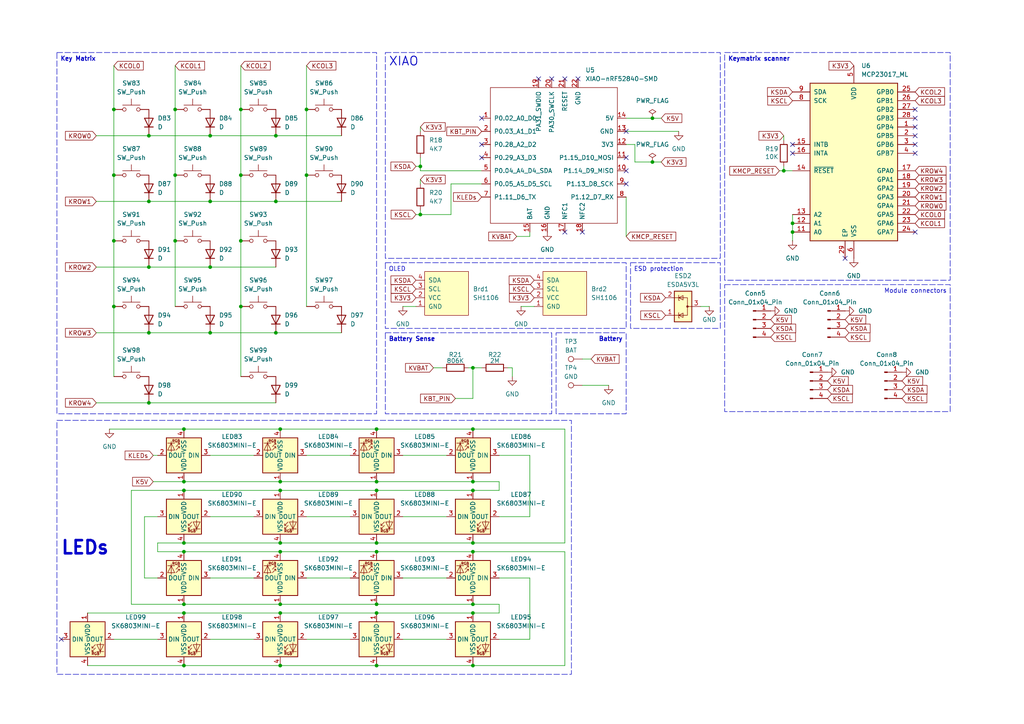
<source format=kicad_sch>
(kicad_sch (version 20250114) (generator "eeschema") (generator_version "9.0")
  (paper "A4")
  (text_box "ESD protection\n" (at 182.88 76.2 0) (size 26.0349 19.05) (margins 0.9525 0.9525 0.9525 0.9525) (stroke (width 0) (type dash)) (effects (font (size 1.27 1.27) (thickness 0.1588)) (justify left top)))
  (text_box "Keymatrix scanner" (at 210.185 15.24 0) (size 65.405 66.04) (margins 0.9525 0.9525 0.9525 0.9525) (stroke (width 0) (type dash)) (effects (font (size 1.27 1.27) (thickness 0.254) (bold yes)) (justify left top)))
  (text_box "LEDs\n" (at 16.51 121.92 0) (size 149.225 73.66) (margins 0.9525 0.9525 0.9525 0.9525) (stroke (width 0) (type dash)) (effects (font (size 3.81 3.81) (thickness 0.762) (bold yes)) (justify left)))
  (text_box "Module connectors\n" (at 210.185 82.55 0) (size 65.405 36.83) (margins 0.9525 0.9525 0.9525 0.9525) (stroke (width 0) (type dash)) (effects (font (size 1.27 1.27)) (justify right top)))
  (text_box "Key Matrix" (at 16.51 15.24 0) (size 92.71 104.775) (margins 0.9525 0.9525 0.9525 0.9525) (stroke (width 0) (type dash)) (effects (font (size 1.27 1.27) (thickness 0.254) (bold yes)) (justify left top)))
  (text_box "XIAO" (at 111.76 15.24 0) (size 97.155 59.69) (margins 0.9525 0.9525 0.9525 0.9525) (stroke (width 0) (type dash)) (effects (font (size 2.54 2.54) (thickness 0.254) (bold yes)) (justify left top)))
  (text_box "Battery Sense\n" (at 111.76 96.52 0) (size 48.26 23.495) (margins 0.9525 0.9525 0.9525 0.9525) (stroke (width 0) (type dash)) (effects (font (size 1.27 1.27) (thickness 0.254) (bold yes)) (justify left top)))
  (text_box "Battery\n" (at 161.29 96.52 0) (size 20.32 23.495) (margins 0.9525 0.9525 0.9525 0.9525) (stroke (width 0) (type dash)) (effects (font (size 1.27 1.27) (thickness 0.254) (bold yes)) (justify right top)))
  (text_box "OLED\n" (at 111.76 76.2 0) (size 69.85 19.05) (margins 0.9525 0.9525 0.9525 0.9525) (stroke (width 0) (type dash)) (effects (font (size 1.27 1.27)) (justify left top)))
  (junction (at 43.18 77.47))
  (junction (at 80.01 96.52))
  (junction (at 50.8 50.8))
  (junction (at 80.01 39.37))
  (junction (at 81.28 124.46))
  (junction (at 109.22 157.48))
  (junction (at 81.28 175.26))
  (junction (at 33.02 69.85))
  (junction (at 33.02 50.8))
  (junction (at 121.92 62.23))
  (junction (at 121.92 48.26))
  (junction (at 189.23 46.99))
  (junction (at 43.18 58.42))
  (junction (at 109.22 124.46))
  (junction (at 60.96 96.52))
  (junction (at 53.34 160.02))
  (junction (at 81.28 177.8))
  (junction (at 81.28 142.24))
  (junction (at 137.16 142.24))
  (junction (at 81.28 160.02))
  (junction (at 69.85 50.8))
  (junction (at 137.16 177.8))
  (junction (at 60.96 77.47))
  (junction (at 137.16 139.7))
  (junction (at 81.28 139.7))
  (junction (at 109.22 177.8))
  (junction (at 88.9 31.75))
  (junction (at 69.85 88.9))
  (junction (at 50.8 69.85))
  (junction (at 137.16 157.48))
  (junction (at 137.16 193.04))
  (junction (at 229.87 64.77))
  (junction (at 53.34 139.7))
  (junction (at 53.34 142.24))
  (junction (at 53.34 193.04))
  (junction (at 53.34 175.26))
  (junction (at 227.33 49.53))
  (junction (at 33.02 31.75))
  (junction (at 88.9 50.8))
  (junction (at 69.85 31.75))
  (junction (at 229.87 67.31))
  (junction (at 50.8 31.75))
  (junction (at 80.01 58.42))
  (junction (at 53.34 124.46))
  (junction (at 109.22 175.26))
  (junction (at 137.16 175.26))
  (junction (at 137.16 106.68))
  (junction (at 137.16 160.02))
  (junction (at 189.23 34.29))
  (junction (at 81.28 193.04))
  (junction (at 109.22 160.02))
  (junction (at 60.96 58.42))
  (junction (at 33.02 88.9))
  (junction (at 109.22 142.24))
  (junction (at 53.34 157.48))
  (junction (at 43.18 96.52))
  (junction (at 53.34 177.8))
  (junction (at 60.96 39.37))
  (junction (at 69.85 69.85))
  (junction (at 109.22 139.7))
  (junction (at 137.16 124.46))
  (junction (at 81.28 157.48))
  (junction (at 43.18 116.84))
  (junction (at 43.18 39.37))
  (junction (at 109.22 193.04))
  (no_connect (at 265.43 34.29))
  (no_connect (at 139.7 41.91))
  (no_connect (at 181.61 38.1))
  (no_connect (at 181.61 53.34))
  (no_connect (at 265.43 39.37))
  (no_connect (at 156.21 22.86))
  (no_connect (at 265.43 44.45))
  (no_connect (at 139.7 45.72))
  (no_connect (at 17.78 185.42))
  (no_connect (at 265.43 41.91))
  (no_connect (at 167.64 22.86))
  (no_connect (at 139.7 34.29))
  (no_connect (at 229.87 41.91))
  (no_connect (at 163.83 67.31))
  (no_connect (at 265.43 31.75))
  (no_connect (at 265.43 36.83))
  (no_connect (at 160.02 22.86))
  (no_connect (at 168.91 67.31))
  (no_connect (at 181.61 49.53))
  (no_connect (at 181.61 45.72))
  (no_connect (at 245.11 74.93))
  (no_connect (at 163.83 22.86))
  (no_connect (at 265.43 67.31))
  (no_connect (at 229.87 44.45))
  (wire (pts (xy 45.72 157.48) (xy 45.72 160.02)))
  (wire (pts (xy 88.9 19.05) (xy 88.9 31.75)))
  (wire (pts (xy 121.92 36.83) (xy 121.92 38.1)))
  (wire (pts (xy 116.84 88.9) (xy 120.65 88.9)))
  (wire (pts (xy 148.59 106.68) (xy 147.32 106.68)))
  (wire (pts (xy 121.92 49.53) (xy 139.7 49.53)))
  (wire (pts (xy 88.9 185.42) (xy 101.6 185.42)))
  (wire (pts (xy 144.78 167.64) (xy 153.67 167.64)))
  (wire (pts (xy 69.85 50.8) (xy 69.85 69.85)))
  (wire (pts (xy 53.34 124.46) (xy 81.28 124.46)))
  (wire (pts (xy 189.23 46.99) (xy 184.15 46.99)))
  (wire (pts (xy 163.83 124.46) (xy 163.83 157.48)))
  (wire (pts (xy 137.16 124.46) (xy 163.83 124.46)))
  (wire (pts (xy 137.16 115.57) (xy 137.16 106.68)))
  (wire (pts (xy 109.22 177.8) (xy 81.28 177.8)))
  (wire (pts (xy 205.74 88.9) (xy 203.2 88.9)))
  (wire (pts (xy 43.18 77.47) (xy 60.96 77.47)))
  (wire (pts (xy 27.94 96.52) (xy 43.18 96.52)))
  (wire (pts (xy 137.16 177.8) (xy 109.22 177.8)))
  (wire (pts (xy 163.83 157.48) (xy 137.16 157.48)))
  (wire (pts (xy 116.84 132.08) (xy 129.54 132.08)))
  (wire (pts (xy 227.33 40.64) (xy 227.33 39.37)))
  (wire (pts (xy 60.96 96.52) (xy 80.01 96.52)))
  (wire (pts (xy 88.9 50.8) (xy 88.9 88.9)))
  (wire (pts (xy 130.81 62.23) (xy 121.92 62.23)))
  (wire (pts (xy 33.02 19.05) (xy 33.02 31.75)))
  (wire (pts (xy 69.85 31.75) (xy 69.85 50.8)))
  (wire (pts (xy 144.78 132.08) (xy 153.67 132.08)))
  (wire (pts (xy 60.96 149.86) (xy 73.66 149.86)))
  (wire (pts (xy 60.96 167.64) (xy 73.66 167.64)))
  (wire (pts (xy 227.33 48.26) (xy 227.33 49.53)))
  (wire (pts (xy 132.08 115.57) (xy 137.16 115.57)))
  (wire (pts (xy 53.34 160.02) (xy 81.28 160.02)))
  (wire (pts (xy 176.53 111.76) (xy 168.91 111.76)))
  (wire (pts (xy 181.61 38.1) (xy 196.85 38.1)))
  (wire (pts (xy 121.92 45.72) (xy 121.92 48.26)))
  (wire (pts (xy 80.01 58.42) (xy 99.06 58.42)))
  (wire (pts (xy 81.28 177.8) (xy 53.34 177.8)))
  (wire (pts (xy 139.7 53.34) (xy 130.81 53.34)))
  (wire (pts (xy 50.8 50.8) (xy 50.8 69.85)))
  (wire (pts (xy 153.67 149.86) (xy 144.78 149.86)))
  (wire (pts (xy 109.22 157.48) (xy 81.28 157.48)))
  (wire (pts (xy 151.13 88.9) (xy 154.94 88.9)))
  (wire (pts (xy 227.33 49.53) (xy 229.87 49.53)))
  (wire (pts (xy 33.02 69.85) (xy 33.02 88.9)))
  (wire (pts (xy 53.34 177.8) (xy 25.4 177.8)))
  (wire (pts (xy 88.9 167.64) (xy 101.6 167.64)))
  (wire (pts (xy 50.8 69.85) (xy 50.8 88.9)))
  (wire (pts (xy 137.16 160.02) (xy 163.83 160.02)))
  (wire (pts (xy 148.59 109.22) (xy 148.59 106.68)))
  (wire (pts (xy 44.45 139.7) (xy 53.34 139.7)))
  (wire (pts (xy 137.16 106.68) (xy 139.7 106.68)))
  (wire (pts (xy 27.94 116.84) (xy 43.18 116.84)))
  (wire (pts (xy 137.16 193.04) (xy 109.22 193.04)))
  (wire (pts (xy 144.78 175.26) (xy 144.78 177.8)))
  (wire (pts (xy 60.96 58.42) (xy 80.01 58.42)))
  (wire (pts (xy 229.87 62.23) (xy 229.87 64.77)))
  (wire (pts (xy 144.78 139.7) (xy 144.78 142.24)))
  (wire (pts (xy 184.15 41.91) (xy 181.61 41.91)))
  (wire (pts (xy 144.78 142.24) (xy 137.16 142.24)))
  (wire (pts (xy 88.9 132.08) (xy 101.6 132.08)))
  (wire (pts (xy 60.96 77.47) (xy 80.01 77.47)))
  (wire (pts (xy 43.18 58.42) (xy 60.96 58.42)))
  (wire (pts (xy 53.34 157.48) (xy 45.72 157.48)))
  (wire (pts (xy 33.02 88.9) (xy 33.02 109.22)))
  (wire (pts (xy 137.16 139.7) (xy 144.78 139.7)))
  (wire (pts (xy 53.34 175.26) (xy 81.28 175.26)))
  (wire (pts (xy 80.01 96.52) (xy 99.06 96.52)))
  (wire (pts (xy 191.77 34.29) (xy 189.23 34.29)))
  (wire (pts (xy 137.16 175.26) (xy 144.78 175.26)))
  (wire (pts (xy 109.22 142.24) (xy 81.28 142.24)))
  (wire (pts (xy 69.85 88.9) (xy 69.85 109.22)))
  (wire (pts (xy 137.16 142.24) (xy 109.22 142.24)))
  (wire (pts (xy 109.22 160.02) (xy 137.16 160.02)))
  (wire (pts (xy 50.8 31.75) (xy 50.8 50.8)))
  (wire (pts (xy 120.65 62.23) (xy 121.92 62.23)))
  (wire (pts (xy 121.92 52.07) (xy 121.92 53.34)))
  (wire (pts (xy 53.34 193.04) (xy 25.4 193.04)))
  (wire (pts (xy 53.34 139.7) (xy 81.28 139.7)))
  (wire (pts (xy 184.15 46.99) (xy 184.15 41.91)))
  (wire (pts (xy 81.28 193.04) (xy 53.34 193.04)))
  (wire (pts (xy 153.67 68.58) (xy 153.67 67.31)))
  (wire (pts (xy 81.28 157.48) (xy 53.34 157.48)))
  (wire (pts (xy 226.06 49.53) (xy 227.33 49.53)))
  (wire (pts (xy 81.28 139.7) (xy 109.22 139.7)))
  (wire (pts (xy 153.67 167.64) (xy 153.67 185.42)))
  (wire (pts (xy 116.84 149.86) (xy 129.54 149.86)))
  (wire (pts (xy 135.89 106.68) (xy 137.16 106.68)))
  (wire (pts (xy 43.18 116.84) (xy 80.01 116.84)))
  (wire (pts (xy 33.02 50.8) (xy 33.02 69.85)))
  (wire (pts (xy 38.1 175.26) (xy 53.34 175.26)))
  (wire (pts (xy 27.94 39.37) (xy 43.18 39.37)))
  (wire (pts (xy 80.01 39.37) (xy 99.06 39.37)))
  (wire (pts (xy 31.75 124.46) (xy 53.34 124.46)))
  (wire (pts (xy 189.23 34.29) (xy 181.61 34.29)))
  (wire (pts (xy 229.87 64.77) (xy 229.87 67.31)))
  (wire (pts (xy 120.65 48.26) (xy 121.92 48.26)))
  (wire (pts (xy 88.9 31.75) (xy 88.9 50.8)))
  (wire (pts (xy 109.22 124.46) (xy 137.16 124.46)))
  (wire (pts (xy 43.18 96.52) (xy 60.96 96.52)))
  (wire (pts (xy 109.22 139.7) (xy 137.16 139.7)))
  (wire (pts (xy 38.1 142.24) (xy 38.1 175.26)))
  (wire (pts (xy 168.91 104.14) (xy 171.45 104.14)))
  (wire (pts (xy 50.8 19.05) (xy 50.8 31.75)))
  (wire (pts (xy 116.84 167.64) (xy 129.54 167.64)))
  (wire (pts (xy 27.94 77.47) (xy 43.18 77.47)))
  (wire (pts (xy 60.96 39.37) (xy 80.01 39.37)))
  (wire (pts (xy 121.92 60.96) (xy 121.92 62.23)))
  (wire (pts (xy 69.85 19.05) (xy 69.85 31.75)))
  (wire (pts (xy 53.34 142.24) (xy 38.1 142.24)))
  (wire (pts (xy 130.81 53.34) (xy 130.81 62.23)))
  (wire (pts (xy 45.72 160.02) (xy 53.34 160.02)))
  (wire (pts (xy 81.28 175.26) (xy 109.22 175.26)))
  (wire (pts (xy 109.22 175.26) (xy 137.16 175.26)))
  (wire (pts (xy 88.9 149.86) (xy 101.6 149.86)))
  (wire (pts (xy 163.83 160.02) (xy 163.83 193.04)))
  (wire (pts (xy 81.28 124.46) (xy 109.22 124.46)))
  (wire (pts (xy 181.61 68.58) (xy 181.61 57.15)))
  (wire (pts (xy 144.78 177.8) (xy 137.16 177.8)))
  (wire (pts (xy 60.96 185.42) (xy 73.66 185.42)))
  (wire (pts (xy 27.94 58.42) (xy 43.18 58.42)))
  (wire (pts (xy 69.85 69.85) (xy 69.85 88.9)))
  (wire (pts (xy 137.16 157.48) (xy 109.22 157.48)))
  (wire (pts (xy 41.91 167.64) (xy 45.72 167.64)))
  (wire (pts (xy 60.96 132.08) (xy 73.66 132.08)))
  (wire (pts (xy 41.91 149.86) (xy 41.91 167.64)))
  (wire (pts (xy 33.02 31.75) (xy 33.02 50.8)))
  (wire (pts (xy 153.67 185.42) (xy 144.78 185.42)))
  (wire (pts (xy 229.87 67.31) (xy 229.87 69.85)))
  (wire (pts (xy 121.92 48.26) (xy 121.92 49.53)))
  (wire (pts (xy 109.22 193.04) (xy 81.28 193.04)))
  (wire (pts (xy 191.77 46.99) (xy 189.23 46.99)))
  (wire (pts (xy 33.02 185.42) (xy 45.72 185.42)))
  (wire (pts (xy 149.86 68.58) (xy 153.67 68.58)))
  (wire (pts (xy 153.67 132.08) (xy 153.67 149.86)))
  (wire (pts (xy 44.45 132.08) (xy 45.72 132.08)))
  (wire (pts (xy 81.28 160.02) (xy 109.22 160.02)))
  (wire (pts (xy 163.83 193.04) (xy 137.16 193.04)))
  (wire (pts (xy 116.84 185.42) (xy 129.54 185.42)))
  (wire (pts (xy 128.27 106.68) (xy 125.73 106.68)))
  (wire (pts (xy 43.18 39.37) (xy 60.96 39.37)))
  (wire (pts (xy 81.28 142.24) (xy 53.34 142.24)))
  (wire (pts (xy 45.72 149.86) (xy 41.91 149.86)))
  (global_label "KSCL" (shape input) (at 245.11 97.79 0) (property "Intersheetrefs" "${INTERSHEET_REFS}" (effects (hide yes))))
  (global_label "KROW0" (shape input) (at 27.94 39.37 180) (effects (font (thickness 0.1588))) (property "Intersheetrefs" "${INTERSHEET_REFS}" (effects (hide yes))))
  (global_label "KSDA" (shape input) (at 223.52 95.25 0) (property "Intersheetrefs" "${INTERSHEET_REFS}" (effects (hide yes))))
  (global_label "K5V" (shape input) (at 223.52 92.71 0) (property "Intersheetrefs" "${INTERSHEET_REFS}" (effects (hide yes))))
  (global_label "KROW0" (shape input) (at 265.43 59.69 0) (effects (font (thickness 0.1588))) (property "Intersheetrefs" "${INTERSHEET_REFS}" (effects (hide yes))))
  (global_label "K3V3" (shape input) (at 247.65 19.05 180) (property "Intersheetrefs" "${INTERSHEET_REFS}" (effects (hide yes))))
  (global_label "KCOL0" (shape input) (at 265.43 62.23 0) (effects (font (thickness 0.1588))) (property "Intersheetrefs" "${INTERSHEET_REFS}" (effects (hide yes))))
  (global_label "KCOL2" (shape input) (at 69.85 19.05 0) (effects (font (thickness 0.1588))) (property "Intersheetrefs" "${INTERSHEET_REFS}" (effects (hide yes))))
  (global_label "KROW3" (shape input) (at 265.43 52.07 0) (effects (font (thickness 0.1588))) (property "Intersheetrefs" "${INTERSHEET_REFS}" (effects (hide yes))))
  (global_label "KSDA" (shape input) (at 240.03 113.03 0) (property "Intersheetrefs" "${INTERSHEET_REFS}" (effects (hide yes))))
  (global_label "K5V" (shape input) (at 240.03 110.49 0) (property "Intersheetrefs" "${INTERSHEET_REFS}" (effects (hide yes))))
  (global_label "KVBAT" (shape input) (at 149.86 68.58 180) (effects (font (thickness 0.1588))) (property "Intersheetrefs" "${INTERSHEET_REFS}" (effects (hide yes))))
  (global_label "K5V" (shape input) (at 261.62 110.49 0) (property "Intersheetrefs" "${INTERSHEET_REFS}" (effects (hide yes))))
  (global_label "KSCL" (shape input) (at 240.03 115.57 0) (property "Intersheetrefs" "${INTERSHEET_REFS}" (effects (hide yes))))
  (global_label "KCOL0" (shape input) (at 33.02 19.05 0) (effects (font (thickness 0.1588))) (property "Intersheetrefs" "${INTERSHEET_REFS}" (effects (hide yes))))
  (global_label "KCOL3" (shape input) (at 88.9 19.05 0) (effects (font (thickness 0.1588))) (property "Intersheetrefs" "${INTERSHEET_REFS}" (effects (hide yes))))
  (global_label "KBT_PIN" (shape input) (at 132.08 115.57 180) (effects (font (thickness 0.1588))) (property "Intersheetrefs" "${INTERSHEET_REFS}" (effects (hide yes))))
  (global_label "KLEDs" (shape input) (at 139.7 57.15 180) (property "Intersheetrefs" "${INTERSHEET_REFS}" (effects (hide yes))))
  (global_label "KSDA" (shape input) (at 120.65 48.26 180) (property "Intersheetrefs" "${INTERSHEET_REFS}" (effects (hide yes))))
  (global_label "K5V" (shape input) (at 44.45 139.7 180) (property "Intersheetrefs" "${INTERSHEET_REFS}" (effects (hide yes))))
  (global_label "KMCP_RESET" (shape input) (at 181.61 68.58 0) (effects (font (thickness 0.1588))) (property "Intersheetrefs" "${INTERSHEET_REFS}" (effects (hide yes))))
  (global_label "K3V3" (shape input) (at 191.77 46.99 0) (property "Intersheetrefs" "${INTERSHEET_REFS}" (effects (hide yes))))
  (global_label "KSDA" (shape input) (at 120.65 81.28 180) (property "Intersheetrefs" "${INTERSHEET_REFS}" (effects (hide yes))))
  (global_label "KVBAT" (shape input) (at 125.73 106.68 180) (effects (font (thickness 0.1588))) (property "Intersheetrefs" "${INTERSHEET_REFS}" (effects (hide yes))))
  (global_label "KCOL2" (shape input) (at 265.43 26.67 0) (effects (font (thickness 0.1588))) (property "Intersheetrefs" "${INTERSHEET_REFS}" (effects (hide yes))))
  (global_label "KMCP_RESET" (shape input) (at 226.06 49.53 180) (effects (font (thickness 0.1588))) (property "Intersheetrefs" "${INTERSHEET_REFS}" (effects (hide yes))))
  (global_label "K3V3" (shape input) (at 227.33 39.37 180) (property "Intersheetrefs" "${INTERSHEET_REFS}" (effects (hide yes))))
  (global_label "K3V3" (shape input) (at 154.94 86.36 180) (property "Intersheetrefs" "${INTERSHEET_REFS}" (effects (hide yes))))
  (global_label "KSDA" (shape input) (at 261.62 113.03 0) (property "Intersheetrefs" "${INTERSHEET_REFS}" (effects (hide yes))))
  (global_label "KCOL3" (shape input) (at 265.43 29.21 0) (effects (font (thickness 0.1588))) (property "Intersheetrefs" "${INTERSHEET_REFS}" (effects (hide yes))))
  (global_label "K3V3" (shape input) (at 121.92 36.83 0) (property "Intersheetrefs" "${INTERSHEET_REFS}" (effects (hide yes))))
  (global_label "KROW4" (shape input) (at 265.43 49.53 0) (effects (font (thickness 0.1588))) (property "Intersheetrefs" "${INTERSHEET_REFS}" (effects (hide yes))))
  (global_label "KROW1" (shape input) (at 27.94 58.42 180) (effects (font (thickness 0.1588))) (property "Intersheetrefs" "${INTERSHEET_REFS}" (effects (hide yes))))
  (global_label "KSCL" (shape input) (at 120.65 62.23 180) (property "Intersheetrefs" "${INTERSHEET_REFS}" (effects (hide yes))))
  (global_label "KSDA" (shape input) (at 193.04 86.36 180) (property "Intersheetrefs" "${INTERSHEET_REFS}" (effects (hide yes))))
  (global_label "KSCL" (shape input) (at 120.65 83.82 180) (property "Intersheetrefs" "${INTERSHEET_REFS}" (effects (hide yes))))
  (global_label "KCOL1" (shape input) (at 50.8 19.05 0) (effects (font (thickness 0.1588))) (property "Intersheetrefs" "${INTERSHEET_REFS}" (effects (hide yes))))
  (global_label "KROW1" (shape input) (at 265.43 57.15 0) (effects (font (thickness 0.1588))) (property "Intersheetrefs" "${INTERSHEET_REFS}" (effects (hide yes))))
  (global_label "KSCL" (shape input) (at 193.04 91.44 180) (property "Intersheetrefs" "${INTERSHEET_REFS}" (effects (hide yes))))
  (global_label "KSCL" (shape input) (at 261.62 115.57 0) (property "Intersheetrefs" "${INTERSHEET_REFS}" (effects (hide yes))))
  (global_label "K5V" (shape input) (at 245.11 92.71 0) (property "Intersheetrefs" "${INTERSHEET_REFS}" (effects (hide yes))))
  (global_label "KVBAT" (shape input) (at 171.45 104.14 0) (effects (font (thickness 0.1588))) (property "Intersheetrefs" "${INTERSHEET_REFS}" (effects (hide yes))))
  (global_label "KSCL" (shape input) (at 229.87 29.21 180) (property "Intersheetrefs" "${INTERSHEET_REFS}" (effects (hide yes))))
  (global_label "KSDA" (shape input) (at 245.11 95.25 0) (property "Intersheetrefs" "${INTERSHEET_REFS}" (effects (hide yes))))
  (global_label "KSCL" (shape input) (at 223.52 97.79 0) (property "Intersheetrefs" "${INTERSHEET_REFS}" (effects (hide yes))))
  (global_label "K5V" (shape input) (at 191.77 34.29 0) (property "Intersheetrefs" "${INTERSHEET_REFS}" (effects (hide yes))))
  (global_label "KLEDs" (shape input) (at 44.45 132.08 180) (property "Intersheetrefs" "${INTERSHEET_REFS}" (effects (hide yes))))
  (global_label "KROW4" (shape input) (at 27.94 116.84 180) (effects (font (thickness 0.1588))) (property "Intersheetrefs" "${INTERSHEET_REFS}" (effects (hide yes))))
  (global_label "KSDA" (shape input) (at 229.87 26.67 180) (property "Intersheetrefs" "${INTERSHEET_REFS}" (effects (hide yes))))
  (global_label "KSDA" (shape input) (at 154.94 81.28 180) (property "Intersheetrefs" "${INTERSHEET_REFS}" (effects (hide yes))))
  (global_label "KCOL1" (shape input) (at 265.43 64.77 0) (effects (font (thickness 0.1588))) (property "Intersheetrefs" "${INTERSHEET_REFS}" (effects (hide yes))))
  (global_label "KROW2" (shape input) (at 27.94 77.47 180) (effects (font (thickness 0.1588))) (property "Intersheetrefs" "${INTERSHEET_REFS}" (effects (hide yes))))
  (global_label "KROW3" (shape input) (at 27.94 96.52 180) (effects (font (thickness 0.1588))) (property "Intersheetrefs" "${INTERSHEET_REFS}" (effects (hide yes))))
  (global_label "KSCL" (shape input) (at 154.94 83.82 180) (property "Intersheetrefs" "${INTERSHEET_REFS}" (effects (hide yes))))
  (global_label "KROW2" (shape input) (at 265.43 54.61 0) (effects (font (thickness 0.1588))) (property "Intersheetrefs" "${INTERSHEET_REFS}" (effects (hide yes))))
  (global_label "K3V3" (shape input) (at 120.65 86.36 180) (property "Intersheetrefs" "${INTERSHEET_REFS}" (effects (hide yes))))
  (global_label "K3V3" (shape input) (at 121.92 52.07 0) (property "Intersheetrefs" "${INTERSHEET_REFS}" (effects (hide yes))))
  (global_label "KBT_PIN" (shape input) (at 139.7 38.1 180) (effects (font (thickness 0.1588))) (property "Intersheetrefs" "${INTERSHEET_REFS}" (effects (hide yes))))
  (symbol (lib_id "power:GND") (at 247.65 74.93 0) (unit 1)
    (property "Reference" "#PWR029" (effects (hide yes)))
    (property "Value" "GND" (at 247.65 80.01 0))
    (property "Description" "Power symbol creates a global label with name \"GND\" , ground" (effects (hide yes)))
  )
  (symbol (lib_id "power:GND") (at 151.13 88.9 0) (unit 1)
    (property "Reference" "#PWR031" (effects (hide yes)))
    (property "Value" "GND" (at 151.13 93.98 0))
    (property "Description" "Power symbol creates a global label with name \"GND\" , ground" (effects (hide yes)))
  )
  (symbol (lib_id "ggxxacpy:SK6803MINI-E") (at 81.28 185.42 0) (unit 1)
    (property "Reference" "LED97" (at 95.25 178.9998 0))
    (property "Value" "SK6803MINI-E" (at 95.25 181.5398 0))
    (property "Footprint" "Footprints:LED" (effects (hide yes)))
    (property "Description" "Reverse mount adressable LED (WS2812 protocol)" (effects (hide yes)))
  )
  (symbol (lib_id "Device:D") (at 43.18 54.61 90) (unit 1)
    (property "Reference" "D87" (at 45.72 53.3399 90) (effects (justify right)))
    (property "Value" "D" (at 45.72 55.8799 90) (effects (justify right)))
    (property "Footprint" "Diode_SMD:D_SOD-123" (effects (hide yes)))
    (property "Description" "Diode" (effects (hide yes)))
    (property "Sim.Device" "D" (effects (hide yes)))
    (property "Sim.Pins" "1=K 2=A" (effects (hide yes)))
    (property "Link" "https://jlcpcb.com/partdetail/C2099" (effects (hide yes)))
    (property "Unit Price ($)" "0.01" (effects (hide yes)))
    (property "LCSC Part #" "C2099" (effects (hide yes)))
    (property "Name" "Diodes" (effects (hide yes)))
  )
  (symbol (lib_id "Device:D") (at 43.18 92.71 90) (unit 1)
    (property "Reference" "D94" (at 45.72 91.4399 90) (effects (justify right)))
    (property "Value" "D" (at 45.72 93.9799 90) (effects (justify right)))
    (property "Footprint" "Diode_SMD:D_SOD-123" (effects (hide yes)))
    (property "Description" "Diode" (effects (hide yes)))
    (property "Sim.Device" "D" (effects (hide yes)))
    (property "Sim.Pins" "1=K 2=A" (effects (hide yes)))
    (property "Link" "https://jlcpcb.com/partdetail/C2099" (effects (hide yes)))
    (property "Unit Price ($)" "0.01" (effects (hide yes)))
    (property "LCSC Part #" "C2099" (effects (hide yes)))
    (property "Name" "Diodes" (effects (hide yes)))
  )
  (symbol (lib_id "Connector:Pogopin_connector_01x04") (at 234.95 110.49 0) (unit 1)
    (property "Reference" "Conn7" (at 235.585 102.87 0))
    (property "Value" "Conn_01x04_Pin" (at 235.585 105.41 0))
    (property "Footprint" "Connector_PinHeader_2.54mm:PinHeader_1x04_P2.54mm_Vertical" (effects (hide yes)))
    (property "Description" "Generic connector, single row, 01x04, script generated" (effects (hide yes)))
  )
  (symbol (lib_id "Device:R") (at 121.92 41.91 0) (unit 1)
    (property "Reference" "R18" (at 124.46 40.6399 0) (effects (justify left)))
    (property "Value" "4K7" (at 124.46 43.1799 0) (effects (justify left)))
    (property "Footprint" "Resistor_SMD:R_0805_2012Metric" (effects (hide yes)))
    (property "Description" "Resistor" (effects (hide yes)))
    (property "Link" "https://jlcpcb.com/partdetail/C17673" (effects (hide yes)))
    (property "Unit Price ($)" "0.01" (effects (hide yes)))
    (property "LCSC Part #" "C17673" (effects (hide yes)))
  )
  (symbol (lib_id "ggxxacpy:SK6803MINI-E") (at 137.16 132.08 180) (unit 1)
    (property "Reference" "LED86" (at 151.13 126.6346 0))
    (property "Value" "SK6803MINI-E" (at 151.13 129.1746 0))
    (property "Footprint" "Footprints:LED" (effects (hide yes)))
    (property "Description" "Reverse mount adressable LED (WS2812 protocol)" (effects (hide yes)))
  )
  (symbol (lib_id "ggxxacpy:SK6803MINI-E") (at 53.34 167.64 180) (unit 1)
    (property "Reference" "LED91" (at 67.31 162.1946 0))
    (property "Value" "SK6803MINI-E" (at 67.31 164.7346 0))
    (property "Footprint" "Footprints:LED" (effects (hide yes)))
    (property "Description" "Reverse mount adressable LED (WS2812 protocol)" (effects (hide yes)))
  )
  (symbol (lib_id "Switch:SW_Push") (at 93.98 50.8 0) (unit 1)
    (property "Reference" "SW90" (at 93.98 43.18 0))
    (property "Value" "SW_Push" (at 93.98 45.72 0))
    (property "Footprint" "Footprints:Kailh_choc_HS_V2_2u_90deg" (effects (hide yes)))
    (property "Description" "Push button switch, generic, two pins" (effects (hide yes)))
    (property "Link" "https://jlcpcb.com/partdetail/C5333465" (effects (hide yes)))
    (property "Unit Price ($)" "0.1213" (effects (hide yes)))
    (property "moq" "73" (effects (hide yes)))
    (property "LCSC Part #" "C5333465" (effects (hide yes)))
    (property "Name" "Keys" (effects (hide yes)))
  )
  (symbol (lib_id "Device:D") (at 80.01 92.71 90) (unit 1)
    (property "Reference" "D96" (at 82.55 91.4399 90) (effects (justify right)))
    (property "Value" "D" (at 82.55 93.9799 90) (effects (justify right)))
    (property "Footprint" "Diode_SMD:D_SOD-123" (effects (hide yes)))
    (property "Description" "Diode" (effects (hide yes)))
    (property "Sim.Device" "D" (effects (hide yes)))
    (property "Sim.Pins" "1=K 2=A" (effects (hide yes)))
    (property "Link" "https://jlcpcb.com/partdetail/C2099" (effects (hide yes)))
    (property "Unit Price ($)" "0.01" (effects (hide yes)))
    (property "LCSC Part #" "C2099" (effects (hide yes)))
    (property "Name" "Diodes" (effects (hide yes)))
  )
  (symbol (lib_id "power:GND") (at 205.74 88.9 0) (unit 1)
    (property "Reference" "#PWR036" (effects (hide yes)))
    (property "Value" "GND" (at 205.74 92.71 0))
    (property "Description" "Power symbol creates a global label with name \"GND\" , ground" (effects (hide yes)))
  )
  (symbol (lib_id "Switch:SW_Push") (at 38.1 88.9 0) (unit 1)
    (property "Reference" "SW94" (at 38.1 81.28 0))
    (property "Value" "SW_Push" (at 38.1 83.82 0))
    (property "Footprint" "Footprints:Kailh_choc_HS_V2_1u" (effects (hide yes)))
    (property "Description" "Push button switch, generic, two pins" (effects (hide yes)))
    (property "Link" "https://jlcpcb.com/partdetail/C5333465" (effects (hide yes)))
    (property "Unit Price ($)" "0.1213" (effects (hide yes)))
    (property "moq" "73" (effects (hide yes)))
    (property "LCSC Part #" "C5333465" (effects (hide yes)))
    (property "Name" "Keys" (effects (hide yes)))
  )
  (symbol (lib_id "power:GND") (at 223.52 90.17 90) (unit 1)
    (property "Reference" "#PWR034" (effects (hide yes)))
    (property "Value" "GND" (at 227.33 90.1699 90) (effects (justify right)))
    (property "Description" "Power symbol creates a global label with name \"GND\" , ground" (effects (hide yes)))
  )
  (symbol (lib_id "ggxxacpy:SK6803MINI-E") (at 109.22 185.42 0) (unit 1)
    (property "Reference" "LED96" (at 123.19 178.9998 0))
    (property "Value" "SK6803MINI-E" (at 123.19 181.5398 0))
    (property "Footprint" "Footprints:LED" (effects (hide yes)))
    (property "Description" "Reverse mount adressable LED (WS2812 protocol)" (effects (hide yes)))
  )
  (symbol (lib_id "Device:D") (at 80.01 113.03 90) (unit 1)
    (property "Reference" "D99" (at 82.55 111.7599 90) (effects (justify right)))
    (property "Value" "D" (at 82.55 114.2999 90) (effects (justify right)))
    (property "Footprint" "Diode_SMD:D_SOD-123" (effects (hide yes)))
    (property "Description" "Diode" (effects (hide yes)))
    (property "Sim.Device" "D" (effects (hide yes)))
    (property "Sim.Pins" "1=K 2=A" (effects (hide yes)))
    (property "Link" "https://jlcpcb.com/partdetail/C2099" (effects (hide yes)))
    (property "Unit Price ($)" "0.01" (effects (hide yes)))
    (property "LCSC Part #" "C2099" (effects (hide yes)))
    (property "Name" "Diodes" (effects (hide yes)))
  )
  (symbol (lib_id "power:GND") (at 158.75 67.31 0) (unit 1)
    (property "Reference" "#PWR027" (effects (hide yes)))
    (property "Value" "GND" (at 158.75 72.39 0))
    (property "Description" "Power symbol creates a global label with name \"GND\" , ground" (effects (hide yes)))
  )
  (symbol (lib_id "Switch:SW_Push") (at 55.88 31.75 0) (unit 1)
    (property "Reference" "SW84" (at 55.88 24.13 0))
    (property "Value" "SW_Push" (at 55.88 26.67 0))
    (property "Footprint" "Footprints:Kailh_choc_HS_V2_1u" (effects (hide yes)))
    (property "Description" "Push button switch, generic, two pins" (effects (hide yes)))
    (property "Link" "https://jlcpcb.com/partdetail/C5333465" (effects (hide yes)))
    (property "Unit Price ($)" "0.1213" (effects (hide yes)))
    (property "moq" "73" (effects (hide yes)))
    (property "LCSC Part #" "C5333465" (effects (hide yes)))
    (property "Name" "Keys" (effects (hide yes)))
  )
  (symbol (lib_id "power:GND") (at 31.75 124.46 0) (unit 1)
    (property "Reference" "#PWR039" (effects (hide yes)))
    (property "Value" "GND" (at 31.75 129.54 0))
    (property "Description" "Power symbol creates a global label with name \"GND\" , ground" (effects (hide yes)))
  )
  (symbol (lib_id "ggxxacpy:SK6803MINI-E") (at 137.16 185.42 0) (unit 1)
    (property "Reference" "LED95" (at 151.13 178.9998 0))
    (property "Value" "SK6803MINI-E" (at 151.13 181.5398 0))
    (property "Footprint" "Footprints:LED" (effects (hide yes)))
    (property "Description" "Reverse mount adressable LED (WS2812 protocol)" (effects (hide yes)))
  )
  (symbol (lib_id "power:GND") (at 261.62 107.95 90) (unit 1)
    (property "Reference" "#PWR038" (effects (hide yes)))
    (property "Value" "GND" (at 265.43 107.9499 90) (effects (justify right)))
    (property "Description" "Power symbol creates a global label with name \"GND\" , ground" (effects (hide yes)))
  )
  (symbol (lib_id "Device:R") (at 121.92 57.15 0) (unit 1)
    (property "Reference" "R20" (at 124.46 55.8799 0) (effects (justify left)))
    (property "Value" "4K7" (at 124.46 58.4199 0) (effects (justify left)))
    (property "Footprint" "Resistor_SMD:R_0805_2012Metric" (effects (hide yes)))
    (property "Description" "Resistor" (effects (hide yes)))
    (property "Link" "https://jlcpcb.com/partdetail/C17673" (effects (hide yes)))
    (property "Unit Price ($)" "0.01" (effects (hide yes)))
    (property "LCSC Part #" "C17673" (effects (hide yes)))
  )
  (symbol (lib_id "ggxxacpy:SK6803MINI-E") (at 81.28 149.86 0) (unit 1)
    (property "Reference" "LED89" (at 95.25 143.4398 0))
    (property "Value" "SK6803MINI-E" (at 95.25 145.9798 0))
    (property "Footprint" "Footprints:LED" (effects (hide yes)))
    (property "Description" "Reverse mount adressable LED (WS2812 protocol)" (effects (hide yes)))
  )
  (symbol (lib_id "Switch:SW_Push") (at 55.88 88.9 0) (unit 1)
    (property "Reference" "SW95" (at 55.88 81.28 0))
    (property "Value" "SW_Push" (at 55.88 83.82 0))
    (property "Footprint" "Footprints:Kailh_choc_HS_V2_1u" (effects (hide yes)))
    (property "Description" "Push button switch, generic, two pins" (effects (hide yes)))
    (property "Link" "https://jlcpcb.com/partdetail/C5333465" (effects (hide yes)))
    (property "Unit Price ($)" "0.1213" (effects (hide yes)))
    (property "moq" "73" (effects (hide yes)))
    (property "LCSC Part #" "C5333465" (effects (hide yes)))
    (property "Name" "Keys" (effects (hide yes)))
  )
  (symbol (lib_id "ggxxacpy:SK6803MINI-E") (at 137.16 149.86 0) (unit 1)
    (property "Reference" "LED87" (at 151.13 143.4398 0))
    (property "Value" "SK6803MINI-E" (at 151.13 145.9798 0))
    (property "Footprint" "Footprints:LED" (effects (hide yes)))
    (property "Description" "Reverse mount adressable LED (WS2812 protocol)" (effects (hide yes)))
  )
  (symbol (lib_id "Switch:SW_Push") (at 55.88 50.8 0) (unit 1)
    (property "Reference" "SW88" (at 55.88 43.18 0))
    (property "Value" "SW_Push" (at 55.88 45.72 0))
    (property "Footprint" "Footprints:Kailh_choc_HS_V2_1u" (effects (hide yes)))
    (property "Description" "Push button switch, generic, two pins" (effects (hide yes)))
    (property "Link" "https://jlcpcb.com/partdetail/C5333465" (effects (hide yes)))
    (property "Unit Price ($)" "0.1213" (effects (hide yes)))
    (property "moq" "73" (effects (hide yes)))
    (property "LCSC Part #" "C5333465" (effects (hide yes)))
    (property "Name" "Keys" (effects (hide yes)))
  )
  (symbol (lib_id "Switch:SW_Push") (at 38.1 50.8 0) (unit 1)
    (property "Reference" "SW87" (at 38.1 43.18 0))
    (property "Value" "SW_Push" (at 38.1 45.72 0))
    (property "Footprint" "Footprints:Kailh_choc_HS_V2_1u" (effects (hide yes)))
    (property "Description" "Push button switch, generic, two pins" (effects (hide yes)))
    (property "Link" "https://jlcpcb.com/partdetail/C5333465" (effects (hide yes)))
    (property "Unit Price ($)" "0.1213" (effects (hide yes)))
    (property "moq" "73" (effects (hide yes)))
    (property "LCSC Part #" "C5333465" (effects (hide yes)))
    (property "Name" "Keys" (effects (hide yes)))
  )
  (symbol (lib_id "Device:R") (at 143.51 106.68 270) (unit 1)
    (property "Reference" "R22" (at 143.51 102.87 90))
    (property "Value" "2M" (at 143.51 104.648 90))
    (property "Footprint" "Resistor_SMD:R_0805_2012Metric" (effects (hide yes)))
    (property "Description" "Resistor" (effects (hide yes)))
    (property "Link" "https://jlcpcb.com/partdetail/C26112" (effects (hide yes)))
    (property "Unit Price ($)" "0.01" (effects (hide yes)))
    (property "LCSC Part #" "C26112" (effects (hide yes)))
  )
  (symbol (lib_id "Interface_Expansion:MCP23017_ML") (at 247.65 46.99 0) (unit 1)
    (property "Reference" "U6" (at 249.7933 19.05 0) (effects (justify left)))
    (property "Value" "MCP23017_ML" (at 249.7933 21.59 0) (effects (justify left)))
    (property "Footprint" "Package_DFN_QFN:QFN-28-1EP_6x6mm_P0.65mm_EP4.25x4.25mm" (effects (hide yes)))
    (property "Datasheet" "https://ww1.microchip.com/downloads/aemDocuments/documents/APID/ProductDocuments/DataSheets/MCP23017-Data-Sheet-DS20001952.pdf" (effects (hide yes)))
    (property "Description" "16-bit I/O expander, I2C, interrupts, w pull-ups, GPA/B7 output only (https://microchip.my.site.com/s/article/GPA7---GPB7-Cannot-Be-Used-as-Inputs-In-MCP23017), QFN-28" (effects (hide yes)))
    (property "Link" "https://jlcpcb.com/partdetail/C639770" (effects (hide yes)))
    (property "Unit Price ($)" "1.93" (effects (hide yes)))
    (property "LCSC Part #" "C639770" (effects (hide yes)))
    (property "Name" "MCP23017 (GPIO expander)" (effects (hide yes)))
  )
  (symbol (lib_id "Switch:SW_Push") (at 55.88 69.85 0) (unit 1)
    (property "Reference" "SW92" (at 55.88 62.23 0))
    (property "Value" "SW_Push" (at 55.88 64.77 0))
    (property "Footprint" "Footprints:Kailh_choc_HS_V2_1u" (effects (hide yes)))
    (property "Description" "Push button switch, generic, two pins" (effects (hide yes)))
    (property "Link" "https://jlcpcb.com/partdetail/C5333465" (effects (hide yes)))
    (property "Unit Price ($)" "0.1213" (effects (hide yes)))
    (property "moq" "73" (effects (hide yes)))
    (property "LCSC Part #" "C5333465" (effects (hide yes)))
    (property "Name" "Keys" (effects (hide yes)))
  )
  (symbol (lib_id "Connector:TestPoint") (at 168.91 104.14 90) (unit 1) (in_bom no)
    (property "Reference" "TP3" (at 165.608 99.06 90))
    (property "Value" "BAT" (at 165.608 101.6 90))
    (property "Footprint" "TestPoint:TestPoint_Pad_D2.0mm" (effects (hide yes)))
    (property "Description" "test point" (effects (hide yes)))
  )
  (symbol (lib_id "SSD1306-128x64_OLED:SSD1306") (at 163.83 85.09 90) (unit 1)
    (property "Reference" "Brd2" (at 171.45 83.8199 90) (effects (justify right)))
    (property "Value" "SH1106" (at 171.45 86.3599 90) (effects (justify right)))
    (property "Footprint" "Footprints:128x64OLED" (effects (hide yes)))
    (property "Link" "https://www.aliexpress.com/item/1005009242613187.html" (effects (hide yes)))
    (property "Shipping" "$0.99" (effects (hide yes)))
    (property "Unit Price ($)" "1.89" (effects (hide yes)))
    (property "Name" "OLED Screen" (effects (hide yes)))
  )
  (symbol (lib_id "Device:D") (at 99.06 92.71 90) (unit 1)
    (property "Reference" "D97" (at 101.6 91.4399 90) (effects (justify right)))
    (property "Value" "D" (at 101.6 93.9799 90) (effects (justify right)))
    (property "Footprint" "Diode_SMD:D_SOD-123" (effects (hide yes)))
    (property "Description" "Diode" (effects (hide yes)))
    (property "Sim.Device" "D" (effects (hide yes)))
    (property "Sim.Pins" "1=K 2=A" (effects (hide yes)))
    (property "Link" "https://jlcpcb.com/partdetail/C2099" (effects (hide yes)))
    (property "Unit Price ($)" "0.01" (effects (hide yes)))
    (property "LCSC Part #" "C2099" (effects (hide yes)))
    (property "Name" "Diodes" (effects (hide yes)))
  )
  (symbol (lib_id "Device:D") (at 43.18 113.03 90) (unit 1)
    (property "Reference" "D98" (at 45.72 111.7599 90) (effects (justify right)))
    (property "Value" "D" (at 45.72 114.2999 90) (effects (justify right)))
    (property "Footprint" "Diode_SMD:D_SOD-123" (effects (hide yes)))
    (property "Description" "Diode" (effects (hide yes)))
    (property "Sim.Device" "D" (effects (hide yes)))
    (property "Sim.Pins" "1=K 2=A" (effects (hide yes)))
    (property "Link" "https://jlcpcb.com/partdetail/C2099" (effects (hide yes)))
    (property "Unit Price ($)" "0.01" (effects (hide yes)))
    (property "LCSC Part #" "C2099" (effects (hide yes)))
    (property "Name" "Diodes" (effects (hide yes)))
  )
  (symbol (lib_id "ggxxacpy:SK6803MINI-E") (at 109.22 149.86 0) (unit 1)
    (property "Reference" "LED88" (at 123.19 143.4398 0))
    (property "Value" "SK6803MINI-E" (at 123.19 145.9798 0))
    (property "Footprint" "Footprints:LED" (effects (hide yes)))
    (property "Description" "Reverse mount adressable LED (WS2812 protocol)" (effects (hide yes)))
  )
  (symbol (lib_id "Switch:SW_Push") (at 38.1 109.22 0) (unit 1)
    (property "Reference" "SW98" (at 38.1 101.6 0))
    (property "Value" "SW_Push" (at 38.1 104.14 0))
    (property "Footprint" "Footprints:Kailh_choc_HS_V2_2u" (effects (hide yes)))
    (property "Description" "Push button switch, generic, two pins" (effects (hide yes)))
    (property "Link" "https://jlcpcb.com/partdetail/C5333465" (effects (hide yes)))
    (property "Unit Price ($)" "0.1213" (effects (hide yes)))
    (property "moq" "73" (effects (hide yes)))
    (property "LCSC Part #" "C5333465" (effects (hide yes)))
    (property "Name" "Keys" (effects (hide yes)))
  )
  (symbol (lib_id "Device:D") (at 60.96 54.61 90) (unit 1)
    (property "Reference" "D88" (at 63.5 53.3399 90) (effects (justify right)))
    (property "Value" "D" (at 63.5 55.8799 90) (effects (justify right)))
    (property "Footprint" "Diode_SMD:D_SOD-123" (effects (hide yes)))
    (property "Description" "Diode" (effects (hide yes)))
    (property "Sim.Device" "D" (effects (hide yes)))
    (property "Sim.Pins" "1=K 2=A" (effects (hide yes)))
    (property "Link" "https://jlcpcb.com/partdetail/C2099" (effects (hide yes)))
    (property "Unit Price ($)" "0.01" (effects (hide yes)))
    (property "LCSC Part #" "C2099" (effects (hide yes)))
    (property "Name" "Diodes" (effects (hide yes)))
  )
  (symbol (lib_name "SSD1306_1") (lib_id "SSD1306-128x64_OLED:SSD1306") (at 129.54 85.09 90) (unit 1)
    (property "Reference" "Brd1" (at 137.16 83.8199 90) (effects (justify right)))
    (property "Value" "SH1106" (at 137.16 86.3599 90) (effects (justify right)))
    (property "Footprint" "Footprints:128x64OLED" (effects (hide yes)))
    (property "Link" "https://www.aliexpress.com/item/1005009242613187.html" (effects (hide yes)))
    (property "Shipping" "$0.99" (effects (hide yes)))
    (property "Unit Price ($)" "1.89" (effects (hide yes)))
    (property "Name" "OLED Screen" (effects (hide yes)))
  )
  (symbol (lib_id "ggxxacpy:SK6803MINI-E") (at 81.28 132.08 180) (unit 1)
    (property "Reference" "LED84" (at 95.25 126.6346 0))
    (property "Value" "SK6803MINI-E" (at 95.25 129.1746 0))
    (property "Footprint" "Footprints:LED" (effects (hide yes)))
    (property "Description" "Reverse mount adressable LED (WS2812 protocol)" (effects (hide yes)))
  )
  (symbol (lib_id "Power_Protection:ESDA5V3L") (at 198.12 88.9 90) (unit 1)
    (property "Reference" "ESD2" (at 198.12 80.01 90))
    (property "Value" "ESDA5V3L" (at 198.12 82.55 90))
    (property "Footprint" "Package_TO_SOT_SMD:SOT-23-3" (effects (hide yes)))
    (property "Datasheet" "https://www.st.com/resource/en/datasheet/esdal.pdf" (effects (hide yes)))
    (property "Description" "TVS Diode Array, 5.5V Standoff, 2 Channels, SOT23" (effects (hide yes)))
    (property "Link" "https://jlcpcb.com/partdetail/C587142" (effects (hide yes)))
    (property "Unit Price ($)" "0.04" (effects (hide yes)))
    (property "LCSC Part #" "C587142" (effects (hide yes)))
    (property "Name" "ESDA5V3L (ESD protector for I2C lines)" (effects (hide yes)))
  )
  (symbol (lib_id "Seeed_Studio_XIAO_Series:XIAO-nRF52840-SMD") (at 161.29 45.72 0) (unit 1)
    (property "Reference" "U5" (at 169.7833 20.32 0) (effects (justify left)))
    (property "Value" "XIAO-nRF52840-SMD" (at 169.7833 22.86 0) (effects (justify left)))
    (property "Footprint" "Footprints:modified-XIAO-nRF52840-SMD" (effects (hide yes)))
    (property "Link" "https://jlcpcb.com/partdetail/C37327670" (effects (hide yes)))
    (property "Unit Price ($)" "0.0196" (effects (hide yes)))
    (property "moq" "447" (effects (hide yes)))
    (property "LCSC Part #" "C37327670" (effects (hide yes)))
    (property "Name" "XIAO-nRF52840-SMD (MCU)" (effects (hide yes)))
  )
  (symbol (lib_id "power:GND") (at 176.53 111.76 0) (unit 1) (in_bom no)
    (property "Reference" "#PWR033" (effects (hide yes)))
    (property "Value" "GND" (at 176.53 116.84 0))
    (property "Description" "Power symbol creates a global label with name \"GND\" , ground" (effects (hide yes)))
  )
  (symbol (lib_id "power:GND") (at 196.85 38.1 0) (unit 1)
    (property "Reference" "#PWR026" (effects (hide yes)))
    (property "Value" "GND" (at 196.85 43.18 0))
    (property "Description" "Power symbol creates a global label with name \"GND\" , ground" (effects (hide yes)))
  )
  (symbol (lib_id "power:GND") (at 240.03 107.95 90) (unit 1)
    (property "Reference" "#PWR037" (effects (hide yes)))
    (property "Value" "GND" (at 243.84 107.9499 90) (effects (justify right)))
    (property "Description" "Power symbol creates a global label with name \"GND\" , ground" (effects (hide yes)))
  )
  (symbol (lib_id "Device:D") (at 43.18 73.66 90) (unit 1)
    (property "Reference" "D91" (at 45.72 72.3899 90) (effects (justify right)))
    (property "Value" "D" (at 45.72 74.9299 90) (effects (justify right)))
    (property "Footprint" "Diode_SMD:D_SOD-123" (effects (hide yes)))
    (property "Description" "Diode" (effects (hide yes)))
    (property "Sim.Device" "D" (effects (hide yes)))
    (property "Sim.Pins" "1=K 2=A" (effects (hide yes)))
    (property "Link" "https://jlcpcb.com/partdetail/C2099" (effects (hide yes)))
    (property "Unit Price ($)" "0.01" (effects (hide yes)))
    (property "LCSC Part #" "C2099" (effects (hide yes)))
    (property "Name" "Diodes" (effects (hide yes)))
  )
  (symbol (lib_id "power:GND") (at 148.59 109.22 0) (unit 1)
    (property "Reference" "#PWR032" (effects (hide yes)))
    (property "Value" "GND" (at 148.59 114.3 0))
    (property "Description" "Power symbol creates a global label with name \"GND\" , ground" (effects (hide yes)))
  )
  (symbol (lib_id "Device:R") (at 132.08 106.68 270) (unit 1)
    (property "Reference" "R21" (at 132.08 102.87 90))
    (property "Value" "806K" (at 132.08 104.648 90))
    (property "Footprint" "Resistor_SMD:R_0805_2012Metric" (effects (hide yes)))
    (property "Description" "Resistor" (effects (hide yes)))
    (property "Link" "https://jlcpcb.com/partdetail/C2933502" (effects (hide yes)))
    (property "Unit Price ($)" "0.01" (effects (hide yes)))
    (property "LCSC Part #" "C2933502" (effects (hide yes)))
  )
  (symbol (lib_id "Device:D") (at 60.96 73.66 90) (unit 1)
    (property "Reference" "D92" (at 63.5 72.3899 90) (effects (justify right)))
    (property "Value" "D" (at 63.5 74.9299 90) (effects (justify right)))
    (property "Footprint" "Diode_SMD:D_SOD-123" (effects (hide yes)))
    (property "Description" "Diode" (effects (hide yes)))
    (property "Sim.Device" "D" (effects (hide yes)))
    (property "Sim.Pins" "1=K 2=A" (effects (hide yes)))
    (property "Link" "https://jlcpcb.com/partdetail/C2099" (effects (hide yes)))
    (property "Unit Price ($)" "0.01" (effects (hide yes)))
    (property "LCSC Part #" "C2099" (effects (hide yes)))
    (property "Name" "Diodes" (effects (hide yes)))
  )
  (symbol (lib_id "power:GND") (at 229.87 69.85 0) (unit 1)
    (property "Reference" "#PWR028" (effects (hide yes)))
    (property "Value" "GND" (at 229.87 74.93 0))
    (property "Description" "Power symbol creates a global label with name \"GND\" , ground" (effects (hide yes)))
  )
  (symbol (lib_id "Device:D") (at 80.01 73.66 90) (unit 1)
    (property "Reference" "D93" (at 82.55 72.3899 90) (effects (justify right)))
    (property "Value" "D" (at 82.55 74.9299 90) (effects (justify right)))
    (property "Footprint" "Diode_SMD:D_SOD-123" (effects (hide yes)))
    (property "Description" "Diode" (effects (hide yes)))
    (property "Sim.Device" "D" (effects (hide yes)))
    (property "Sim.Pins" "1=K 2=A" (effects (hide yes)))
    (property "Link" "https://jlcpcb.com/partdetail/C2099" (effects (hide yes)))
    (property "Unit Price ($)" "0.01" (effects (hide yes)))
    (property "LCSC Part #" "C2099" (effects (hide yes)))
    (property "Name" "Diodes" (effects (hide yes)))
  )
  (symbol (lib_id "ggxxacpy:SK6803MINI-E") (at 137.16 167.64 180) (unit 1)
    (property "Reference" "LED94" (at 151.13 162.1946 0))
    (property "Value" "SK6803MINI-E" (at 151.13 164.7346 0))
    (property "Footprint" "Footprints:LED" (effects (hide yes)))
    (property "Description" "Reverse mount adressable LED (WS2812 protocol)" (effects (hide yes)))
  )
  (symbol (lib_id "Switch:SW_Push") (at 74.93 50.8 0) (unit 1)
    (property "Reference" "SW89" (at 74.93 43.18 0))
    (property "Value" "SW_Push" (at 74.93 45.72 0))
    (property "Footprint" "Footprints:Kailh_choc_HS_V2_1u" (effects (hide yes)))
    (property "Description" "Push button switch, generic, two pins" (effects (hide yes)))
    (property "Link" "https://jlcpcb.com/partdetail/C5333465" (effects (hide yes)))
    (property "Unit Price ($)" "0.1213" (effects (hide yes)))
    (property "moq" "73" (effects (hide yes)))
    (property "LCSC Part #" "C5333465" (effects (hide yes)))
    (property "Name" "Keys" (effects (hide yes)))
  )
  (symbol (lib_id "Device:R") (at 227.33 44.45 180) (unit 1)
    (property "Reference" "R19" (at 225.806 43.18 0) (effects (justify left)))
    (property "Value" "10K" (at 225.806 45.466 0) (effects (justify left)))
    (property "Footprint" "Resistor_SMD:R_0805_2012Metric" (effects (hide yes)))
    (property "Description" "Resistor" (effects (hide yes)))
    (property "Link" "https://jlcpcb.com/partdetail/C17414" (effects (hide yes)))
    (property "Unit Price ($)" "0.01" (effects (hide yes)))
    (property "LCSC Part #" "C17414" (effects (hide yes)))
  )
  (symbol (lib_id "Connector:TestPoint") (at 168.91 111.76 90) (unit 1) (in_bom no)
    (property "Reference" "TP4" (at 165.608 106.68 90))
    (property "Value" "GND" (at 165.608 109.22 90))
    (property "Footprint" "TestPoint:TestPoint_Pad_D2.0mm" (effects (hide yes)))
    (property "Description" "test point" (effects (hide yes)))
  )
  (symbol (lib_id "Device:D") (at 80.01 35.56 90) (unit 1)
    (property "Reference" "D85" (at 82.55 34.2899 90) (effects (justify right)))
    (property "Value" "D" (at 82.55 36.8299 90) (effects (justify right)))
    (property "Footprint" "Diode_SMD:D_SOD-123" (effects (hide yes)))
    (property "Description" "Diode" (effects (hide yes)))
    (property "Sim.Device" "D" (effects (hide yes)))
    (property "Sim.Pins" "1=K 2=A" (effects (hide yes)))
    (property "Link" "https://jlcpcb.com/partdetail/C2099" (effects (hide yes)))
    (property "Unit Price ($)" "0.01" (effects (hide yes)))
    (property "LCSC Part #" "C2099" (effects (hide yes)))
    (property "Name" "Diodes" (effects (hide yes)))
  )
  (symbol (lib_id "Switch:SW_Push") (at 74.93 109.22 0) (unit 1)
    (property "Reference" "SW99" (at 74.93 101.6 0))
    (property "Value" "SW_Push" (at 74.93 104.14 0))
    (property "Footprint" "Footprints:Kailh_choc_HS_V2_1u" (effects (hide yes)))
    (property "Description" "Push button switch, generic, two pins" (effects (hide yes)))
    (property "Link" "https://jlcpcb.com/partdetail/C5333465" (effects (hide yes)))
    (property "Unit Price ($)" "0.1213" (effects (hide yes)))
    (property "moq" "73" (effects (hide yes)))
    (property "LCSC Part #" "C5333465" (effects (hide yes)))
    (property "Name" "Keys" (effects (hide yes)))
  )
  (symbol (lib_id "Connector:Pogopin_connector_01x04") (at 218.44 92.71 0) (unit 1)
    (property "Reference" "Conn5" (at 219.075 85.09 0))
    (property "Value" "Conn_01x04_Pin" (at 219.075 87.63 0))
    (property "Footprint" "Connector_PinHeader_2.54mm:PinHeader_1x04_P2.54mm_Vertical" (effects (hide yes)))
    (property "Description" "Generic connector, single row, 01x04, script generated" (effects (hide yes)))
  )
  (symbol (lib_id "Switch:SW_Push") (at 74.93 69.85 0) (unit 1)
    (property "Reference" "SW93" (at 74.93 62.23 0))
    (property "Value" "SW_Push" (at 74.93 64.77 0))
    (property "Footprint" "Footprints:Kailh_choc_HS_V2_1u" (effects (hide yes)))
    (property "Description" "Push button switch, generic, two pins" (effects (hide yes)))
    (property "Link" "https://jlcpcb.com/partdetail/C5333465" (effects (hide yes)))
    (property "Unit Price ($)" "0.1213" (effects (hide yes)))
    (property "moq" "73" (effects (hide yes)))
    (property "LCSC Part #" "C5333465" (effects (hide yes)))
    (property "Name" "Keys" (effects (hide yes)))
  )
  (symbol (lib_id "ggxxacpy:SK6803MINI-E") (at 109.22 132.08 180) (unit 1)
    (property "Reference" "LED85" (at 123.19 126.6346 0))
    (property "Value" "SK6803MINI-E" (at 123.19 129.1746 0))
    (property "Footprint" "Footprints:LED" (effects (hide yes)))
    (property "Description" "Reverse mount adressable LED (WS2812 protocol)" (effects (hide yes)))
  )
  (symbol (lib_id "power:PWR_FLAG") (at 189.23 46.99 0) (unit 1)
    (property "Reference" "#FLG03" (effects (hide yes)))
    (property "Value" "PWR_FLAG" (at 189.23 41.91 0))
    (property "Description" "Special symbol for telling ERC where power comes from" (effects (hide yes)))
  )
  (symbol (lib_id "Switch:SW_Push") (at 74.93 88.9 0) (unit 1)
    (property "Reference" "SW96" (at 74.93 81.28 0))
    (property "Value" "SW_Push" (at 74.93 83.82 0))
    (property "Footprint" "Footprints:Kailh_choc_HS_V2_1u" (effects (hide yes)))
    (property "Description" "Push button switch, generic, two pins" (effects (hide yes)))
    (property "Link" "https://jlcpcb.com/partdetail/C5333465" (effects (hide yes)))
    (property "Unit Price ($)" "0.1213" (effects (hide yes)))
    (property "moq" "73" (effects (hide yes)))
    (property "LCSC Part #" "C5333465" (effects (hide yes)))
    (property "Name" "Keys" (effects (hide yes)))
  )
  (symbol (lib_id "ggxxacpy:SK6803MINI-E") (at 81.28 167.64 180) (unit 1)
    (property "Reference" "LED92" (at 95.25 162.1946 0))
    (property "Value" "SK6803MINI-E" (at 95.25 164.7346 0))
    (property "Footprint" "Footprints:LED" (effects (hide yes)))
    (property "Description" "Reverse mount adressable LED (WS2812 protocol)" (effects (hide yes)))
  )
  (symbol (lib_id "Device:D") (at 80.01 54.61 90) (unit 1)
    (property "Reference" "D89" (at 82.55 53.3399 90) (effects (justify right)))
    (property "Value" "D" (at 82.55 55.8799 90) (effects (justify right)))
    (property "Footprint" "Diode_SMD:D_SOD-123" (effects (hide yes)))
    (property "Description" "Diode" (effects (hide yes)))
    (property "Sim.Device" "D" (effects (hide yes)))
    (property "Sim.Pins" "1=K 2=A" (effects (hide yes)))
    (property "Link" "https://jlcpcb.com/partdetail/C2099" (effects (hide yes)))
    (property "Unit Price ($)" "0.01" (effects (hide yes)))
    (property "LCSC Part #" "C2099" (effects (hide yes)))
    (property "Name" "Diodes" (effects (hide yes)))
  )
  (symbol (lib_id "ggxxacpy:SK6803MINI-E") (at 25.4 185.42 0) (unit 1)
    (property "Reference" "LED99" (at 39.37 178.9998 0))
    (property "Value" "SK6803MINI-E" (at 39.37 181.5398 0))
    (property "Footprint" "Footprints:LED" (effects (hide yes)))
    (property "Description" "Reverse mount adressable LED (WS2812 protocol)" (effects (hide yes)))
  )
  (symbol (lib_id "Device:D") (at 43.18 35.56 90) (unit 1)
    (property "Reference" "D83" (at 45.72 34.2899 90) (effects (justify right)))
    (property "Value" "D" (at 45.72 36.8299 90) (effects (justify right)))
    (property "Footprint" "Diode_SMD:D_SOD-123" (effects (hide yes)))
    (property "Description" "Diode" (effects (hide yes)))
    (property "Sim.Device" "D" (effects (hide yes)))
    (property "Sim.Pins" "1=K 2=A" (effects (hide yes)))
    (property "Link" "https://jlcpcb.com/partdetail/C2099" (effects (hide yes)))
    (property "Unit Price ($)" "0.01" (effects (hide yes)))
    (property "LCSC Part #" "C2099" (effects (hide yes)))
    (property "Name" "Diodes" (effects (hide yes)))
  )
  (symbol (lib_id "ggxxacpy:SK6803MINI-E") (at 109.22 167.64 180) (unit 1)
    (property "Reference" "LED93" (at 123.19 162.1946 0))
    (property "Value" "SK6803MINI-E" (at 123.19 164.7346 0))
    (property "Footprint" "Footprints:LED" (effects (hide yes)))
    (property "Description" "Reverse mount adressable LED (WS2812 protocol)" (effects (hide yes)))
  )
  (symbol (lib_id "power:GND") (at 116.84 88.9 0) (unit 1)
    (property "Reference" "#PWR030" (effects (hide yes)))
    (property "Value" "GND" (at 116.84 93.98 0))
    (property "Description" "Power symbol creates a global label with name \"GND\" , ground" (effects (hide yes)))
  )
  (symbol (lib_id "Switch:SW_Push") (at 74.93 31.75 0) (unit 1)
    (property "Reference" "SW85" (at 74.93 24.13 0))
    (property "Value" "SW_Push" (at 74.93 26.67 0))
    (property "Footprint" "Footprints:Kailh_choc_HS_V2_1u" (effects (hide yes)))
    (property "Description" "Push button switch, generic, two pins" (effects (hide yes)))
    (property "Link" "https://jlcpcb.com/partdetail/C5333465" (effects (hide yes)))
    (property "Unit Price ($)" "0.1213" (effects (hide yes)))
    (property "moq" "73" (effects (hide yes)))
    (property "LCSC Part #" "C5333465" (effects (hide yes)))
    (property "Name" "Keys" (effects (hide yes)))
  )
  (symbol (lib_id "Switch:SW_Push") (at 38.1 69.85 0) (unit 1)
    (property "Reference" "SW91" (at 38.1 62.23 0))
    (property "Value" "SW_Push" (at 38.1 64.77 0))
    (property "Footprint" "Footprints:Kailh_choc_HS_V2_1u" (effects (hide yes)))
    (property "Description" "Push button switch, generic, two pins" (effects (hide yes)))
    (property "Link" "https://jlcpcb.com/partdetail/C5333465" (effects (hide yes)))
    (property "Unit Price ($)" "0.1213" (effects (hide yes)))
    (property "moq" "73" (effects (hide yes)))
    (property "LCSC Part #" "C5333465" (effects (hide yes)))
    (property "Name" "Keys" (effects (hide yes)))
  )
  (symbol (lib_id "Device:D") (at 99.06 35.56 90) (unit 1)
    (property "Reference" "D86" (at 101.6 34.2899 90) (effects (justify right)))
    (property "Value" "D" (at 101.6 36.8299 90) (effects (justify right)))
    (property "Footprint" "Diode_SMD:D_SOD-123" (effects (hide yes)))
    (property "Description" "Diode" (effects (hide yes)))
    (property "Sim.Device" "D" (effects (hide yes)))
    (property "Sim.Pins" "1=K 2=A" (effects (hide yes)))
    (property "Link" "https://jlcpcb.com/partdetail/C2099" (effects (hide yes)))
    (property "Unit Price ($)" "0.01" (effects (hide yes)))
    (property "LCSC Part #" "C2099" (effects (hide yes)))
    (property "Name" "Diodes" (effects (hide yes)))
  )
  (symbol (lib_id "Device:D") (at 60.96 35.56 90) (unit 1)
    (property "Reference" "D84" (at 63.5 34.2899 90) (effects (justify right)))
    (property "Value" "D" (at 63.5 36.8299 90) (effects (justify right)))
    (property "Footprint" "Diode_SMD:D_SOD-123" (effects (hide yes)))
    (property "Description" "Diode" (effects (hide yes)))
    (property "Sim.Device" "D" (effects (hide yes)))
    (property "Sim.Pins" "1=K 2=A" (effects (hide yes)))
    (property "Link" "https://jlcpcb.com/partdetail/C2099" (effects (hide yes)))
    (property "Unit Price ($)" "0.01" (effects (hide yes)))
    (property "LCSC Part #" "C2099" (effects (hide yes)))
    (property "Name" "Diodes" (effects (hide yes)))
  )
  (symbol (lib_id "power:PWR_FLAG") (at 189.23 34.29 0) (unit 1)
    (property "Reference" "#FLG02" (effects (hide yes)))
    (property "Value" "PWR_FLAG" (at 189.23 29.21 0))
    (property "Description" "Special symbol for telling ERC where power comes from" (effects (hide yes)))
  )
  (symbol (lib_id "Connector:Pogopin_connector_01x04") (at 256.54 110.49 0) (unit 1)
    (property "Reference" "Conn8" (at 257.175 102.87 0))
    (property "Value" "Conn_01x04_Pin" (at 257.175 105.41 0))
    (property "Footprint" "Connector_PinHeader_2.54mm:PinHeader_1x04_P2.54mm_Vertical" (effects (hide yes)))
    (property "Description" "Generic connector, single row, 01x04, script generated" (effects (hide yes)))
  )
  (symbol (lib_id "Device:D") (at 99.06 54.61 90) (unit 1)
    (property "Reference" "D90" (at 101.6 53.3399 90) (effects (justify right)))
    (property "Value" "D" (at 101.6 55.8799 90) (effects (justify right)))
    (property "Footprint" "Diode_SMD:D_SOD-123" (effects (hide yes)))
    (property "Description" "Diode" (effects (hide yes)))
    (property "Sim.Device" "D" (effects (hide yes)))
    (property "Sim.Pins" "1=K 2=A" (effects (hide yes)))
    (property "Link" "https://jlcpcb.com/partdetail/C2099" (effects (hide yes)))
    (property "Unit Price ($)" "0.01" (effects (hide yes)))
    (property "LCSC Part #" "C2099" (effects (hide yes)))
    (property "Name" "Diodes" (effects (hide yes)))
  )
  (symbol (lib_id "Connector:Pogopin_connector_01x04") (at 240.03 92.71 0) (unit 1)
    (property "Reference" "Conn6" (at 240.665 85.09 0))
    (property "Value" "Conn_01x04_Pin" (at 240.665 87.63 0))
    (property "Footprint" "Connector_PinHeader_2.54mm:PinHeader_1x04_P2.54mm_Vertical" (effects (hide yes)))
    (property "Description" "Generic connector, single row, 01x04, script generated" (effects (hide yes)))
  )
  (symbol (lib_id "Switch:SW_Push") (at 93.98 88.9 0) (unit 1)
    (property "Reference" "SW97" (at 93.98 81.28 0))
    (property "Value" "SW_Push" (at 93.98 83.82 0))
    (property "Footprint" "Footprints:Kailh_choc_HS_V2_2u_90deg" (effects (hide yes)))
    (property "Description" "Push button switch, generic, two pins" (effects (hide yes)))
    (property "Link" "https://jlcpcb.com/partdetail/C5333465" (effects (hide yes)))
    (property "Unit Price ($)" "0.1213" (effects (hide yes)))
    (property "moq" "73" (effects (hide yes)))
    (property "LCSC Part #" "C5333465" (effects (hide yes)))
    (property "Name" "Keys" (effects (hide yes)))
  )
  (symbol (lib_id "ggxxacpy:SK6803MINI-E") (at 53.34 132.08 180) (unit 1)
    (property "Reference" "LED83" (at 67.31 126.6346 0))
    (property "Value" "SK6803MINI-E" (at 67.31 129.1746 0))
    (property "Footprint" "Footprints:LED" (effects (hide yes)))
    (property "Description" "Reverse mount adressable LED (WS2812 protocol)" (effects (hide yes)))
  )
  (symbol (lib_id "power:GND") (at 245.11 90.17 90) (unit 1)
    (property "Reference" "#PWR035" (effects (hide yes)))
    (property "Value" "GND" (at 248.92 90.1699 90) (effects (justify right)))
    (property "Description" "Power symbol creates a global label with name \"GND\" , ground" (effects (hide yes)))
  )
  (symbol (lib_id "ggxxacpy:SK6803MINI-E") (at 53.34 185.42 0) (unit 1)
    (property "Reference" "LED98" (at 67.31 178.9998 0))
    (property "Value" "SK6803MINI-E" (at 67.31 181.5398 0))
    (property "Footprint" "Footprints:LED" (effects (hide yes)))
    (property "Description" "Reverse mount adressable LED (WS2812 protocol)" (effects (hide yes)))
  )
  (symbol (lib_id "Device:D") (at 60.96 92.71 90) (unit 1)
    (property "Reference" "D95" (at 63.5 91.4399 90) (effects (justify right)))
    (property "Value" "D" (at 63.5 93.9799 90) (effects (justify right)))
    (property "Footprint" "Diode_SMD:D_SOD-123" (effects (hide yes)))
    (property "Description" "Diode" (effects (hide yes)))
    (property "Sim.Device" "D" (effects (hide yes)))
    (property "Sim.Pins" "1=K 2=A" (effects (hide yes)))
    (property "Link" "https://jlcpcb.com/partdetail/C2099" (effects (hide yes)))
    (property "Unit Price ($)" "0.01" (effects (hide yes)))
    (property "LCSC Part #" "C2099" (effects (hide yes)))
    (property "Name" "Diodes" (effects (hide yes)))
  )
  (symbol (lib_id "Switch:SW_Push") (at 93.98 31.75 0) (unit 1)
    (property "Reference" "SW86" (at 93.98 24.13 0))
    (property "Value" "SW_Push" (at 93.98 26.67 0))
    (property "Footprint" "Footprints:Kailh_choc_HS_V2_1u" (effects (hide yes)))
    (property "Description" "Push button switch, generic, two pins" (effects (hide yes)))
    (property "Link" "https://jlcpcb.com/partdetail/C5333465" (effects (hide yes)))
    (property "Unit Price ($)" "0.1213" (effects (hide yes)))
    (property "moq" "73" (effects (hide yes)))
    (property "LCSC Part #" "C5333465" (effects (hide yes)))
    (property "Name" "Keys" (effects (hide yes)))
  )
  (symbol (lib_id "Switch:SW_Push") (at 38.1 31.75 0) (unit 1)
    (property "Reference" "SW83" (at 38.1 24.13 0))
    (property "Value" "SW_Push" (at 38.1 26.67 0))
    (property "Footprint" "Footprints:Kailh_choc_HS_V2_1u" (effects (hide yes)))
    (property "Description" "Push button switch, generic, two pins" (effects (hide yes)))
    (property "Link" "https://jlcpcb.com/partdetail/C5333465" (effects (hide yes)))
    (property "Unit Price ($)" "0.1213" (effects (hide yes)))
    (property "moq" "73" (effects (hide yes)))
    (property "LCSC Part #" "C5333465" (effects (hide yes)))
    (property "Name" "Keys" (effects (hide yes)))
  )
  (symbol (lib_id "ggxxacpy:SK6803MINI-E") (at 53.34 149.86 0) (unit 1)
    (property "Reference" "LED90" (at 67.31 143.4398 0))
    (property "Value" "SK6803MINI-E" (at 67.31 145.9798 0))
    (property "Footprint" "Footprints:LED" (effects (hide yes)))
    (property "Description" "Reverse mount adressable LED (WS2812 protocol)" (effects (hide yes)))
  )
)
</source>
